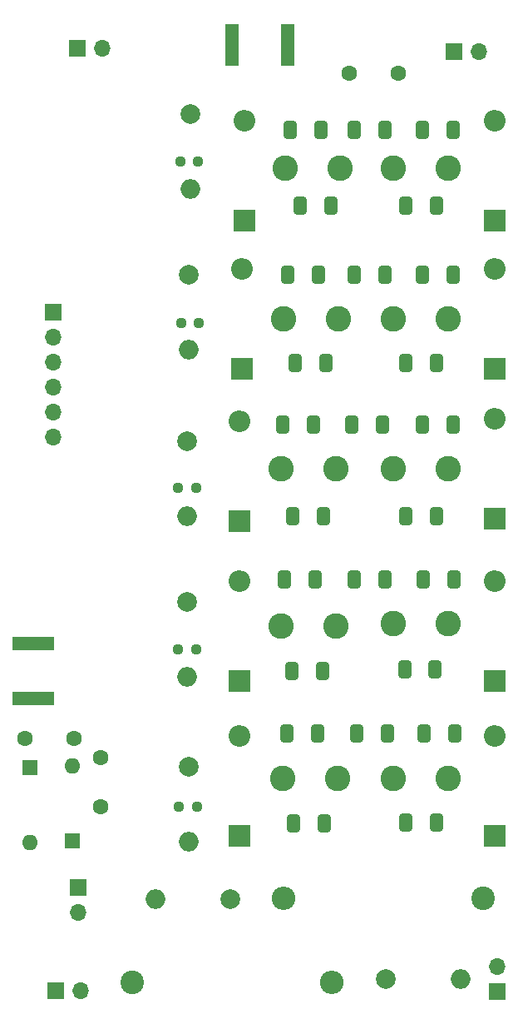
<source format=gbs>
G04 #@! TF.GenerationSoftware,KiCad,Pcbnew,7.0.10*
G04 #@! TF.CreationDate,2024-04-06T16:04:27-07:00*
G04 #@! TF.ProjectId,optLowPass,6f70744c-6f77-4506-9173-732e6b696361,rev?*
G04 #@! TF.SameCoordinates,Original*
G04 #@! TF.FileFunction,Soldermask,Bot*
G04 #@! TF.FilePolarity,Negative*
%FSLAX46Y46*%
G04 Gerber Fmt 4.6, Leading zero omitted, Abs format (unit mm)*
G04 Created by KiCad (PCBNEW 7.0.10) date 2024-04-06 16:04:27*
%MOMM*%
%LPD*%
G01*
G04 APERTURE LIST*
G04 Aperture macros list*
%AMRoundRect*
0 Rectangle with rounded corners*
0 $1 Rounding radius*
0 $2 $3 $4 $5 $6 $7 $8 $9 X,Y pos of 4 corners*
0 Add a 4 corners polygon primitive as box body*
4,1,4,$2,$3,$4,$5,$6,$7,$8,$9,$2,$3,0*
0 Add four circle primitives for the rounded corners*
1,1,$1+$1,$2,$3*
1,1,$1+$1,$4,$5*
1,1,$1+$1,$6,$7*
1,1,$1+$1,$8,$9*
0 Add four rect primitives between the rounded corners*
20,1,$1+$1,$2,$3,$4,$5,0*
20,1,$1+$1,$4,$5,$6,$7,0*
20,1,$1+$1,$6,$7,$8,$9,0*
20,1,$1+$1,$8,$9,$2,$3,0*%
G04 Aperture macros list end*
%ADD10R,2.200000X2.200000*%
%ADD11O,2.200000X2.200000*%
%ADD12C,2.000000*%
%ADD13O,2.000000X2.000000*%
%ADD14R,1.700000X1.700000*%
%ADD15O,1.700000X1.700000*%
%ADD16C,2.600000*%
%ADD17C,2.400000*%
%ADD18O,2.400000X2.400000*%
%ADD19R,1.600000X1.600000*%
%ADD20O,1.600000X1.600000*%
%ADD21C,1.600000*%
%ADD22R,4.200000X1.350000*%
%ADD23R,1.350000X4.200000*%
%ADD24RoundRect,0.237500X0.250000X0.237500X-0.250000X0.237500X-0.250000X-0.237500X0.250000X-0.237500X0*%
%ADD25RoundRect,0.250000X-0.412500X-0.650000X0.412500X-0.650000X0.412500X0.650000X-0.412500X0.650000X0*%
%ADD26RoundRect,0.250000X0.412500X0.650000X-0.412500X0.650000X-0.412500X-0.650000X0.412500X-0.650000X0*%
G04 APERTURE END LIST*
D10*
X128700000Y-70920000D03*
D11*
X128700000Y-60760000D03*
D10*
X128700000Y-101250000D03*
D11*
X128700000Y-91090000D03*
D10*
X102700000Y-101500000D03*
D11*
X102700000Y-91340000D03*
D12*
X97600000Y-126410000D03*
D13*
X97600000Y-134030000D03*
D14*
X86200000Y-53400000D03*
D15*
X88740000Y-53400000D03*
D16*
X118400000Y-96170000D03*
X124000000Y-96170000D03*
D17*
X127500000Y-139800000D03*
D18*
X107180000Y-139800000D03*
D14*
X86300000Y-138700000D03*
D15*
X86300000Y-141240000D03*
D17*
X91840000Y-148400000D03*
D18*
X112160000Y-148400000D03*
D16*
X107150000Y-127670000D03*
X112750000Y-127670000D03*
D12*
X97600000Y-76400000D03*
D13*
X97600000Y-84020000D03*
D12*
X97700000Y-60100000D03*
D13*
X97700000Y-67720000D03*
D10*
X102950000Y-86000000D03*
D11*
X102950000Y-75840000D03*
D19*
X81400000Y-126490000D03*
D20*
X81400000Y-134110000D03*
D21*
X113900000Y-55900000D03*
X118900000Y-55900000D03*
D16*
X107400000Y-65590000D03*
X113000000Y-65590000D03*
D22*
X81700000Y-113875000D03*
X81700000Y-119525000D03*
D16*
X118400000Y-127670000D03*
X124000000Y-127670000D03*
D10*
X128700000Y-86000000D03*
D11*
X128700000Y-75840000D03*
D16*
X118400000Y-80920000D03*
X124000000Y-80920000D03*
D12*
X97400000Y-93300000D03*
D13*
X97400000Y-100920000D03*
D14*
X129000000Y-149275000D03*
D15*
X129000000Y-146735000D03*
D10*
X128700000Y-117750000D03*
D11*
X128700000Y-107590000D03*
D16*
X118400000Y-65590000D03*
X124000000Y-65590000D03*
X106950000Y-96170000D03*
X112550000Y-96170000D03*
D10*
X102700000Y-117750000D03*
D11*
X102700000Y-107590000D03*
D21*
X88600000Y-130500000D03*
X88600000Y-125500000D03*
D12*
X117610000Y-148000000D03*
D13*
X125230000Y-148000000D03*
D16*
X107200000Y-80920000D03*
X112800000Y-80920000D03*
D23*
X107625000Y-53000000D03*
X101975000Y-53000000D03*
D16*
X106950000Y-112170000D03*
X112550000Y-112170000D03*
D10*
X102700000Y-133500000D03*
D11*
X102700000Y-123340000D03*
D12*
X101800000Y-139900000D03*
D13*
X94180000Y-139900000D03*
D21*
X80900000Y-123600000D03*
X85900000Y-123600000D03*
D14*
X83800000Y-80180000D03*
D15*
X83800000Y-82720000D03*
X83800000Y-85260000D03*
X83800000Y-87800000D03*
X83800000Y-90340000D03*
X83800000Y-92880000D03*
D10*
X103200000Y-70920000D03*
D11*
X103200000Y-60760000D03*
D19*
X85700000Y-134010000D03*
D20*
X85700000Y-126390000D03*
D14*
X124600000Y-53700000D03*
D15*
X127140000Y-53700000D03*
D14*
X84025000Y-149200000D03*
D15*
X86565000Y-149200000D03*
D12*
X97400000Y-109710000D03*
D13*
X97400000Y-117330000D03*
D16*
X118400000Y-111920000D03*
X124000000Y-111920000D03*
D10*
X128700000Y-133500000D03*
D11*
X128700000Y-123340000D03*
D24*
X98612500Y-81300000D03*
X96787500Y-81300000D03*
D25*
X108037500Y-116720000D03*
X111162500Y-116720000D03*
D26*
X124512500Y-61670000D03*
X121387500Y-61670000D03*
D25*
X108387500Y-85420000D03*
X111512500Y-85420000D03*
D26*
X117512500Y-61670000D03*
X114387500Y-61670000D03*
D25*
X119637500Y-132120000D03*
X122762500Y-132120000D03*
D26*
X117762500Y-123020000D03*
X114637500Y-123020000D03*
D25*
X107887500Y-61670000D03*
X111012500Y-61670000D03*
D26*
X117562500Y-107420000D03*
X114437500Y-107420000D03*
D25*
X107537500Y-123020000D03*
X110662500Y-123020000D03*
D24*
X98512500Y-64900000D03*
X96687500Y-64900000D03*
D26*
X124512500Y-91670000D03*
X121387500Y-91670000D03*
X124562500Y-107420000D03*
X121437500Y-107420000D03*
D25*
X107637500Y-76420000D03*
X110762500Y-76420000D03*
D26*
X117512500Y-76420000D03*
X114387500Y-76420000D03*
D25*
X108137500Y-100920000D03*
X111262500Y-100920000D03*
D24*
X98312500Y-114500000D03*
X96487500Y-114500000D03*
D26*
X124662500Y-123020000D03*
X121537500Y-123020000D03*
X124512500Y-76420000D03*
X121387500Y-76420000D03*
D25*
X119537500Y-116520000D03*
X122662500Y-116520000D03*
D24*
X98412500Y-130500000D03*
X96587500Y-130500000D03*
D25*
X119637500Y-69420000D03*
X122762500Y-69420000D03*
X108237500Y-132220000D03*
X111362500Y-132220000D03*
X119637500Y-100920000D03*
X122762500Y-100920000D03*
D24*
X98312500Y-98100000D03*
X96487500Y-98100000D03*
D25*
X119637500Y-85420000D03*
X122762500Y-85420000D03*
D26*
X117262500Y-91670000D03*
X114137500Y-91670000D03*
D25*
X108887500Y-69420000D03*
X112012500Y-69420000D03*
X107337500Y-107420000D03*
X110462500Y-107420000D03*
X107137500Y-91670000D03*
X110262500Y-91670000D03*
M02*

</source>
